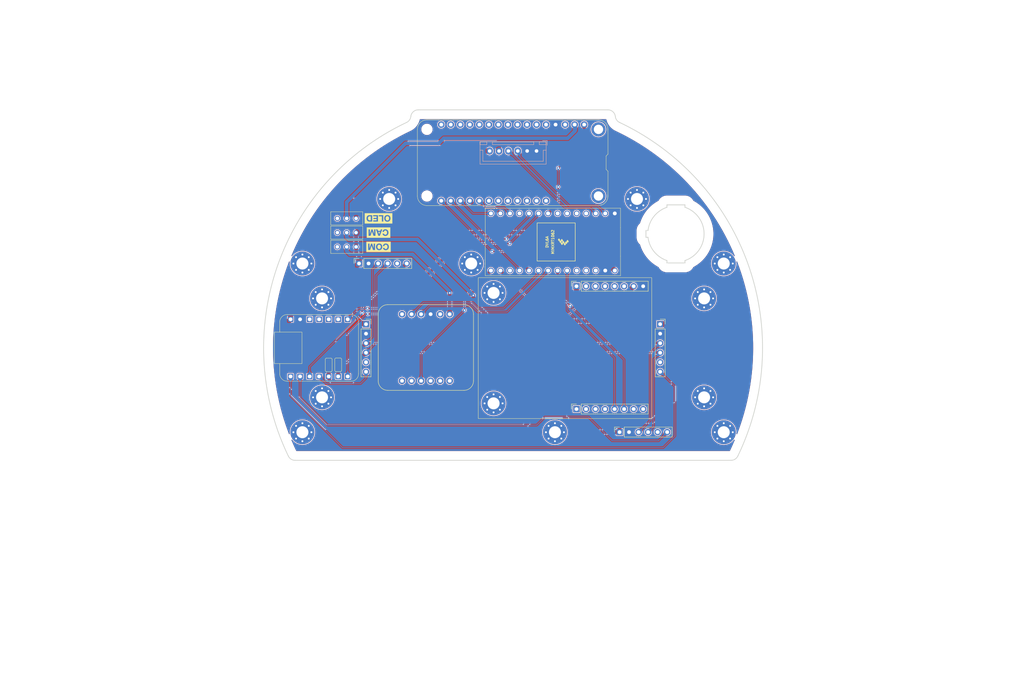
<source format=kicad_pcb>
(kicad_pcb (version 20221018) (generator pcbnew)
  (layers (0 "F.Cu" signal) (31 "B.Cu" signal) (34 "B.Paste" user) (35 "F.Paste" user) (36 "B.SilkS" user "B.Silkscreen") (37 "F.SilkS" user "F.Silkscreen") (38 "B.Mask" user) (39 "F.Mask" user) (44 "Edge.Cuts" user))
  (net 0 "")
  (net 1 "GND")
  (net 14 "/L3 RX")
  (net 15 "/L3 TX")
  (net 16 "+3V3")
  (net 17 "+5V")
  (net 18 "/SCL TOF")
  (net 19 "/SDA TOF")
  (net 21 "/XSHUT 0")
  (net 23 "/XSHUT 1")
  (net 25 "/XSHUT 2")
  (net 27 "/XSHUT 3")
  (net 28 "/COM PWR")
  (net 30 "/CAM PWR")
  (net 36 "/CAM TX")
  (net 37 "/CAM RX")
  (net 45 "/CAM RST")
  (net 47 "/COM SCL")
  (net 48 "/COM SDA")
  (net 53 "/COM RST")
  (net 56 "/ESP TX")
  (net 57 "/ESP RX")
  (net 69 "/OLED RST")
  (net 70 "/OLED SDA")
  (net 73 "/OLED SCL")
  (net 74 "/C")
  (net 75 "/B")
  (net 76 "/A")
  (net 77 "/OLED PWR")
  (footprint "MountingHole:MountingHole_3.2mm_M3_Pad_Via" (layer "F.Cu") (at 199.699378 91.609836)
    (fp_text reference "H7" hide)
    (fp_text value "MountingHole_Pad")
  )
  (footprint "Connector_PinSocket_2.54mm:PinSocket_1x06_P2.54mm_Vertical" (layer "F.Cu") (at 107.714645 82.287354 90)
    (fp_text reference "J3" hide)
    (fp_text value "TOF 1")
  )
  (footprint "2024l3:Teensy 4.0" (layer "F.Cu") (at 159.376 76.556 -90)
    (fp_text reference "U5" hide)
    (fp_text value "Teensy 4.0")
  )
  (footprint "kibuzzard-65630B7E" (layer "F.Cu") (at 112.906 74.056 180)
    (fp_text reference "kibuzzard-65630B7E" hide)
    (fp_text value "G***" hide)
  )
  (footprint "MountingHole:MountingHole_3.2mm_M3_Pad_Via" (layer "F.Cu") (at 92.615516 82.306)
    (fp_text reference "H8" hide)
    (fp_text value "MountingHole_Pad")
  )
  (footprint "2024l3:res0603" (layer "F.Cu") (at 99.626 109.356 -90)
    (fp_text reference "R1" hide)
    (fp_text value "1K")
  )
  (footprint "MountingHole:MountingHole_3.2mm_M3_Pad_Via" (layer "F.Cu") (at 92.615515 127.306)
    (fp_text reference "H1" hide)
    (fp_text value "MountingHole_Pad")
  )
  (footprint "MountingHole:MountingHole_3.2mm_M3_Pad_Via" (layer "F.Cu") (at 97.852618 118.002162)
    (fp_text reference "H4" hide)
    (fp_text value "MountingHole_Pad")
  )
  (footprint "MountingHole:MountingHole_3.2mm_M3_Pad_Via" (layer "F.Cu") (at 204.936482 82.306)
    (fp_text reference "H10" hide)
    (fp_text value "MountingHole_Pad")
  )
  (footprint "kibuzzard-65630B66" (layer "F.Cu") (at 112.906 70.256 180)
    (fp_text reference "kibuzzard-65630B66" hide)
    (fp_text value "G***" hide)
  )
  (footprint "2024l3:Adafruit Feather OLED" (layer "F.Cu") (at 148.776 55.306 180)
    (fp_text reference "U4" hide)
    (fp_text value "Adafruit Featherwing" hide)
  )
  (footprint "Connector_PinSocket_2.54mm:PinSocket_1x06_P2.54mm_Vertical" (layer "F.Cu") (at 187.981 98.481)
    (fp_text reference "J4" hide)
    (fp_text value "TOF 2")
  )
  (footprint "2024l3:bno085" (layer "F.Cu") (at 125.526 104.706 180)
    (fp_text reference "U2" hide)
    (fp_text value "4754")
  )
  (footprint "Connector_PinSocket_2.54mm:PinSocket_1x06_P2.54mm_Vertical" (layer "F.Cu") (at 177.151001 127.274645 90)
    (fp_text reference "J5" hide)
    (fp_text value "TOF 3")
  )
  (footprint "MountingHole:MountingHole_3.2mm_M3_Pad_Via" (layer "F.Cu") (at 115.74679 65.080633)
    (fp_text reference "H11" hide)
    (fp_text value "MountingHole_Pad")
  )
  (footprint "kibuzzard-65630B95" (layer "F.Cu") (at 112.906 77.856 180)
    (fp_text reference "kibuzzard-65630B95" hide)
    (fp_text value "G***" hide)
  )
  (footprint "2024l3:SS12D00G3" (layer "F.Cu") (at 104.426 74.056 180)
    (fp_text reference "SW2" hide)
    (fp_text value "SW_SPDT" hide)
  )
  (footprint "MountingHole:MountingHole_3.2mm_M3_Pad_Via" (layer "F.Cu") (at 137.615031 82.305999)
    (fp_text reference "H9" hide)
    (fp_text value "MountingHole_Pad")
  )
  (footprint "Connector_PinSocket_2.54mm:PinSocket_1x06_P2.54mm_Vertical" (layer "F.Cu") (at 109.571 98.481)
    (fp_text reference "J2" hide)
    (fp_text value "TOF 0")
  )
  (footprint "MountingHole:MountingHole_3.2mm_M3_Pad_Via" (layer "F.Cu") (at 204.936483 127.306)
    (fp_text reference "H3" hide)
    (fp_text value "MountingHole_Pad")
  )
  (footprint "MountingHole:MountingHole_3.2mm_M3_Pad_Via" (layer "F.Cu") (at 181.805204 65.080633)
    (fp_text reference "H12" hide)
    (fp_text value "MountingHole_Pad")
  )
  (footprint "MountingHole:MountingHole_3.2mm_M3_Pad_Via" (layer "F.Cu") (at 159.936 127.306)
    (fp_text reference "H2" hide)
    (fp_text value "MountingHole_Pad")
  )
  (footprint "2024l3:SS12D00G3" (layer "F.Cu") (at 104.426 77.856 180)
    (fp_text reference "SW1" hide)
    (fp_text value "SW_SPDT" hide)
  )
  (footprint "2024l3:res0603" (layer "F.Cu") (at 102.156 109.326 90)
    (fp_text reference "R2" hide)
    (fp_text value "1K")
  )
  (footprint "MountingHole:MountingHole_3.2mm_M3_Pad_Via" (layer "F.Cu") (at 97.852617 91.609835)
    (fp_text reference "H6" hide)
    (fp_text value "MountingHole_Pad")
  )
  (footprint "2024l3:openmv" (layer "F.Cu") (at 148.767 104.874 90)
    (fp_text reference "U1" hide)
    (fp_text value "OpenMV" hide)
  )
  (footprint "2024l3:SS12D00G3" (layer "F.Cu") (at 104.426 70.256 180)
    (fp_text reference "SW3" hide)
    (fp_text value "SW_SPDT" hide)
  )
  (footprint "2024l3:xiao-esp32c3" (layer "F.Cu") (at 97.076 104.806 90)
    (fp_text reference "U3" hide)
    (fp_text value "xiao-esp32c3" hide)
  )
  (footprint "MountingHole:MountingHole_3.2mm_M3_Pad_Via" (layer "F.Cu") (at 199.699377 118.002162)
    (fp_text reference "H5" hide)
    (fp_text value "MountingHole_Pad")
  )
  (footprint "Connector_JST:JST_XH_B6B-XH-A_1x06_P2.50mm_Vertical" (layer "B.Cu") (at 155.026 52.281 180)
    (fp_text reference "J1" hide)
    (fp_text value "Conn_01x06")
  )
  (gr_arc (start 189.791057 81.512079) (mid 186.371914 79.137998) (end 184.745253 75.306449) (stroke (width 0.2)) (layer "Edge.Cuts"))
  (gr_line (start 174.050383 41.306) (end 123.501616 41.306) (stroke (width 0.2)) (layer "Edge.Cuts"))
  (gr_line (start 189.791056 82.156449) (end 189.791057 81.512079) (stroke (width 0.2)) (layer "Edge.Cuts"))
  (gr_arc (start 177.171985 44.673496) (mid 176.398296 44.027143) (end 176.038191 43.0855) (stroke (width 0.2)) (layer "Edge.Cuts"))
  (gr_arc (start 177.171985 44.673496) (mid 211.462892 82.611327) (end 208.683228 133.674217) (stroke (width 0.2)) (layer "Edge.Cuts"))
  (gr_arc (start 90.670493 134.806) (mid 89.606642 134.499579) (end 88.868771 133.674217) (stroke (width 0.2)) (layer "Edge.Cuts"))
  (gr_arc (start 121.513808 43.0855) (mid 121.153705 44.027144) (end 120.380015 44.673496) (stroke (width 0.2)) (layer "Edge.Cuts"))
  (gr_arc (start 121.513808 43.0855) (mid 122.167638 41.815872) (end 123.501616 41.306) (stroke (width 0.2)) (layer "Edge.Cuts"))
  (gr_line (start 194.591058 66.656449) (end 194.591058 67.300817) (stroke (width 0.2)) (layer "Edge.Cuts"))
  (gr_line (start 189.791057 66.656448) (end 194.591058 66.656449) (stroke (width 0.2)) (layer "Edge.Cuts"))
  (gr_line (start 194.591057 81.512079) (end 194.591058 82.156449) (stroke (width 0.2)) (layer "Edge.Cuts"))
  (gr_arc (start 88.868771 133.674217) (mid 86.089108 82.611327) (end 120.380015 44.673496) (stroke (width 0.2)) (layer "Edge.Cuts"))
  (gr_arc (start 208.683228 133.674217) (mid 207.945359 134.49958) (end 206.881507 134.806) (stroke (width 0.2)) (layer "Edge.Cuts"))
  (gr_line (start 194.591058 82.156449) (end 189.791056 82.156449) (stroke (width 0.2)) (layer "Edge.Cuts"))
  (gr_line (start 184.191058 75.306449) (end 184.191057 73.506447) (stroke (width 0.2)) (layer "Edge.Cuts"))
  (gr_line (start 90.670493 134.806) (end 206.881507 134.806) (stroke (width 0.2)) (layer "Edge.Cuts"))
  (gr_arc (start 194.591058 67.300817) (mid 199.691056 74.406448) (end 194.591057 81.512079) (stroke (width 0.2)) (layer "Edge.Cuts"))
  (gr_line (start 184.191057 73.506447) (end 184.745254 73.506448) (stroke (width 0.2)) (layer "Edge.Cuts"))
  (gr_line (start 189.791057 67.300816) (end 189.791057 66.656448) (stroke (width 0.2)) (layer "Edge.Cuts"))
  (gr_arc (start 184.745254 73.506448) (mid 186.371915 69.674898) (end 189.791057 67.300816) (stroke (width 0.2)) (layer "Edge.Cuts"))
  (gr_line (start 184.745253 75.306449) (end 184.191058 75.306449) (stroke (width 0.2)) (layer "Edge.Cuts"))
  (gr_arc (start 174.050383 41.306) (mid 175.384361 41.815866) (end 176.038191 43.0855) (stroke (width 0.2)) (layer "Edge.Cuts"))
  (segment (start 150.026 53.176) (end 163.796 66.946) (width 0.25) (layer "B.Cu") (net 14))
  (segment (start 150.026 52.281) (end 150.026 53.176) (width 0.25) (layer "B.Cu") (net 14))
  (segment (start 163.796 66.946) (end 171.356 66.946) (width 0.25) (layer "B.Cu") (net 14))
  (segment (start 171.356 66.946) (end 173.346 68.936) (width 0.25) (layer "B.Cu") (net 14))
  (segment (start 170.806 68.936) (end 169.266 67.396) (width 0.25) (layer "B.Cu") (net 15))
  (segment (start 162.641 67.396) (end 147.526 52.281) (width 0.25) (layer "B.Cu") (net 15))
  (segment (start 169.266 67.396) (end 162.641 67.396) (width 0.25) (layer "B.Cu") (net 15))
  (segment (start 145.026 51.018) (end 144.204 50.196) (width 1) (layer "F.Cu") (net 16))
  (segment (start 121.09 50.196) (end 106.926 64.36) (width 1) (layer "F.Cu") (net 16))
  (segment (start 145.026 52.281) (end 145.026 51.018) (width 1) (layer "F.Cu") (net 16))
  (segment (start 106.926 64.36) (end 106.926 70.256) (width 1) (layer "F.Cu") (net 16))
  (segment (start 144.204 50.196) (end 121.09 50.196) (width 1) (layer "F.Cu") (net 16))
  (segment (start 107.661 97.411) (end 108.731 98.481) (width 1) (layer "F.Cu") (net 17))
  (segment (start 189.821 98.481) (end 191.546 100.206) (width 1) (layer "F.Cu") (net 17))
  (segment (start 107.714645 80.184645) (end 106.926 79.396) (width 1) (layer "F.Cu") (net 17))
  (segment (start 106.426 83.575999) (end 106.546 83.695999) (width 1) (layer "F.Cu") (net 17))
  (segment (start 187.981 98.481) (end 189.821 98.481) (width 1) (layer "F.Cu") (net 17))
  (segment (start 185.946 124.316) (end 178.426 124.316) (width 1) (layer "F.Cu") (net 17))
  (segment (start 87.516 99.126) (end 87.516 114.546) (width 1) (layer "F.Cu") (net 17))
  (segment (start 166.514645 127.274645) (end 177.151001 127.274645) (width 1) (layer "F.Cu") (net 17))
  (segment (start 106.426 83.575999) (end 98.656001 83.575999) (width 1) (layer "F.Cu") (net 17))
  (segment (start 87.516 114.546) (end 98.926 125.956) (width 1) (layer "F.Cu") (net 17))
  (segment (start 142.526 52.281) (end 121.799 52.281) (width 1) (layer "F.Cu") (net 17))
  (segment (start 102.146 102.926) (end 102.146 108.516) (width 1) (layer "F.Cu") (net 17))
  (segment (start 99.656 108.526) (end 99.626 108.556) (width 1) (layer "F.Cu") (net 17))
  (segment (start 106.926 74.056) (end 165.766 74.056) (width 1) (layer "F.Cu") (net 17))
  (segment (start 98.656001 83.575999) (end 89.456 92.776) (width 1) (layer "F.Cu") (net 17))
  (segment (start 106.546 96.296) (end 107.661 97.411) (width 1) (layer "F.Cu") (net 17))
  (segment (start 109.152 71.83) (end 106.926 74.056) (width 1) (layer "F.Cu") (net 17))
  (segment (start 121.799 52.281) (end 109.152 64.928) (width 1) (layer "F.Cu") (net 17))
  (segment (start 102.146 108.516) (end 102.156 108.526) (width 1) (layer "F.Cu") (net 17))
  (segment (start 109.152 64.928) (end 109.152 71.83) (width 1) (layer "F.Cu") (net 17))
  (segment (start 191.546 100.206) (end 191.546 118.716) (width 1) (layer "F.Cu") (net 17))
  (segment (start 107.714645 82.287354) (end 106.426 83.575999) (width 1) (layer "F.Cu") (net 17))
  (segment (start 106.546 83.695999) (end 106.546 96.296) (width 1) (layer "F.Cu") (net 17))
  (segment (start 191.546 118.716) (end 185.946 124.316) (width 1) (layer "F.Cu") (net 17))
  (segment (start 89.456 92.776) (end 89.456 97.186) (width 1) (layer "F.Cu") (net 17))
  (segment (start 151.616 125.956) (end 154.706 122.866) (width 1) (layer "F.Cu") (net 17))
  (segment (start 177.151001 125.590999) (end 177.151001 127.274645) (width 1) (layer "F.Cu") (net 17))
  (segment (start 154.706 122.866) (end 162.106 122.866) (width 1) (layer "F.Cu") (net 17))
  (segment (start 165.766 74.056) (end 175.886 84.176) (width 1) (layer "F.Cu") (net 17))
  (segment (start 178.426 124.316) (end 177.151001 125.590999) (width 1) (layer "F.Cu") (net 17))
  (segment (start 107.661 97.411) (end 102.146 102.926) (width 1) (layer "F.Cu") (net 17))
  (segment (start 98.926 125.956) (end 151.616 125.956) (width 1) (layer "F.Cu") (net 17))
  (segment (start 102.156 108.526) (end 99.656 108.526) (width 1) (layer "F.Cu") (net 17))
  (segment (start 89.456 97.186) (end 87.516 99.126) (width 1) (layer "F.Cu") (net 17))
  (segment (start 107.714645 82.287354) (end 107.714645 80.184645) (width 1) (layer "F.Cu") (net 17))
  (segment (start 162.106 122.866) (end 166.514645 127.274645) (width 1) (layer "F.Cu") (net 17))
  (segment (start 106.926 79.396) (end 106.926 74.056) (width 1) (layer "F.Cu") (net 17))
  (segment (start 108.731 98.481) (end 109.571 98.481) (width 1) (layer "F.Cu") (net 17))
  (segment (start 103.006 110.126) (end 102.156 110.126) (width 0.25) (layer "F.Cu") (net 18))
  (segment (start 102.156 110.126) (end 102.156 112.426) (width 0.25) (layer "F.Cu") (net 18))
  (segment (start 187.981 103.561) (end 109.571 103.561) (width 0.25) (layer "F.Cu") (net 18))
  (segment (start 109.571 103.561) (end 103.006 110.126) (width 0.25) (layer "F.Cu") (net 18))
  (segment (start 185.316 106.226) (end 185.316 124.189646) (width 0.25) (layer "B.Cu") (net 18))
  (segment (start 187.981 103.561) (end 185.316 106.226) (width 0.25) (layer "B.Cu") (net 18))
  (segment (start 111.311 101.831) (end 109.566 103.576) (width 0.25) (layer "B.Cu") (net 18))
  (segment (start 112.775999 82.402355) (end 111.311 83.867354) (width 0.25) (layer "B.Cu") (net 18))
  (segment (start 111.311 83.867354) (end 111.311 101.831) (width 0.25) (layer "B.Cu") (net 18))
  (segment (start 185.316 124.189646) (end 182.231001 127.274645) (width 0.25) (layer "B.Cu") (net 18))
  (segment (start 106.576 109.096) (end 106.576 113.426) (width 0.25) (layer "F.Cu") (net 19))
  (segment (start 99.616 113.356) (end 99.616 112.426) (width 0.25) (layer "F.Cu") (net 19))
  (segment (start 99.616 110.166) (end 99.626 110.156) (width 0.25) (layer "F.Cu") (net 19))
  (segment (start 106.576 113.426) (end 105.896 114.106) (width 0.25) (layer "F.Cu") (net 19))
  (segment (start 100.366 114.106) (end 99.616 113.356) (width 0.25) (layer "F.Cu") (net 19))
  (segment (start 109.571 106.101) (end 187.981 106.101) (width 0.25) (layer "F.Cu") (net 19))
  (segment (start 109.571 106.101) (end 106.576 109.096) (width 0.25) (layer "F.Cu") (net 19))
  (segment (start 105.896 114.106) (end 100.366 114.106) (width 0.25) (layer "F.Cu") (net 19))
  (segment (start 99.616 112.426) (end 99.616 110.166) (width 0.25) (layer "F.Cu") (net 19))
  (segment (start 184.771001 127.274645) (end 186.236 125.809646) (width 0.25) (layer "B.Cu") (net 19))
  (segment (start 186.236 125.809646) (end 186.236 107.846) (width 0.25) (layer "B.Cu") (net 19))
  (segment (start 115.334645 82.287354) (end 115.324646 82.287354) (width 0.25) (layer "B.Cu") (net 19))
  (segment (start 109.566 106.116) (end 112.231 103.451) (width 0.25) (layer "B.Cu") (net 19))
  (segment (start 112.231 85.487354) (end 115.315999 82.402355) (width 0.25) (layer "B.Cu") (net 19))
  (segment (start 186.236 107.846) (end 187.981 106.101) (width 0.25) (layer "B.Cu") (net 19))
  (segment (start 112.231 103.451) (end 112.231 85.487354) (width 0.25) (layer "B.Cu") (net 19))
  (segment (start 108.136 114.336) (end 109.571 112.901) (width 0.25) (layer "B.Cu") (net 21))
  (segment (start 97.076 112.446) (end 98.966 114.336) (width 0.25) (layer "B.Cu") (net 21))
  (segment (start 97.076 112.426) (end 97.076 112.446) (width 0.25) (layer "B.Cu") (net 21))
  (segment (start 98.966 114.336) (end 108.136 114.336) (width 0.25) (layer "B.Cu") (net 21))
  (segment (start 109.571 112.901) (end 109.571 111.181) (width 0.25) (layer "B.Cu") (net 21))
  (segment (start 108.516 94.076) (end 120.304646 82.287354) (width 0.25) (layer "F.Cu") (net 23))
  (segment (start 120.304646 82.287354) (end 120.414645 82.287354) (width 0.25) (layer "F.Cu") (net 23))
  (segment (start 108.516 95.466) (end 108.516 94.076) (width 0.25) (layer "F.Cu") (net 23))
  (via (at 108.516 95.466) (size 0.8) (drill 0.4) (layers "F.Cu" "B.Cu") (net 23))
  (segment (start 108.516 95.846) (end 94.536 109.826) (width 0.25) (layer "B.Cu") (net 23))
  (segment (start 94.536 109.826) (end 94.536 112.426) (width 0.25) (layer "B.Cu") (net 23))
  (segment (start 108.516 95.466) (end 108.516 95.846) (width 0.25) (layer "B.Cu") (net 23))
  (segment (start 188.776 131.436) (end 191.926 128.286) (width 0.25) (layer "B.Cu") (net 25))
  (segment (start 89.456 117.566) (end 103.326 131.436) (width 0.25) (layer "B.Cu") (net 25))
  (segment (start 191.926 128.286) (end 191.926 115.126) (width 0.25) (layer "B.Cu") (net 25))
  (segment (start 89.456 112.426) (end 89.456 117.566) (width 0.25) (layer "B.Cu") (net 25))
  (segment (start 191.926 115.126) (end 187.981 111.181) (width 0.25) (layer "B.Cu") (net 25))
  (segment (start 103.326 131.436) (end 188.776 131.436) (width 0.25) (layer "B.Cu") (net 25))
  (segment (start 157.246 123.256) (end 168.866 123.256) (width 0.25) (layer "B.Cu") (net 27))
  (segment (start 91.996 112.426) (end 91.996 118.046) (width 0.25) (layer "B.Cu") (net 27))
  (segment (start 155.086 125.416) (end 157.246 123.256) (width 0.25) (layer "B.Cu") (net 27))
  (segment (start 187.539646 129.586) (end 189.851001 127.274645) (width 0.25) (layer "B.Cu") (net 27))
  (segment (start 99.366 125.416) (end 155.086 125.416) (width 0.25) (layer "B.Cu") (net 27))
  (segment (start 168.866 123.256) (end 175.196 129.586) (width 0.25) (layer "B.Cu") (net 27))
  (segment (start 91.996 118.046) (end 99.366 125.416) (width 0.25) (layer "B.Cu") (net 27))
  (segment (start 175.196 129.586) (end 187.539646 129.586) (width 0.25) (layer "B.Cu") (net 27))
  (segment (start 131.876 90.156) (end 131.876 95.816) (width 1) (layer "F.Cu") (net 28))
  (via (at 131.876 90.156) (size 0.8) (drill 0.4) (layers "F.Cu" "B.Cu") (net 28))
  (segment (start 105.276 79.856) (end 104.426 79.006) (width 1) (layer "B.Cu") (net 28))
  (segment (start 131.876 90.156) (end 131.876 89.756) (width 1) (layer "B.Cu") (net 28))
  (segment (start 104.426 79.006) (end 104.426 77.856) (width 1) (layer "B.Cu") (net 28))
  (segment (start 131.876 89.756) (end 121.976 79.856) (width 1) (layer "B.Cu") (net 28))
  (segment (start 121.976 79.856) (end 105.276 79.856) (width 1) (layer "B.Cu") (net 28))
  (segment (start 138.176 90.806) (end 138.176 92.506) (width 1) (layer "F.Cu") (net 30))
  (segment (start 171.622 97.656) (end 180.914 88.364) (width 1) (layer "F.Cu") (net 30))
  (segment (start 138.176 92.506) (end 143.326 97.656) (width 1) (layer "F.Cu") (net 30))
  (segment (start 143.326 97.656) (end 171.622 97.656) (width 1) (layer "F.Cu") (net 30))
  (via (at 138.176 90.806) (size 0.8) (drill 0.4) (layers "F.Cu" "B.Cu") (net 30))
  (segment (start 104.426 74.056) (end 104.426 75.256) (width 1) (layer "B.Cu") (net 30))
  (segment (start 126.451 79.031) (end 138.176 90.806) (width 1) (layer "B.Cu") (net 30))
  (segment (start 105.026 75.856) (end 123.276 75.856) (width 1) (layer "B.Cu") (net 30))
  (segment (start 123.276 75.856) (end 126.451 79.031) (width 1) (layer "B.Cu") (net 30))
  (segment (start 104.426 75.256) (end 105.026 75.856) (width 1) (layer "B.Cu") (net 30))
  (segment (start 175.834 107.494) (end 175.834 121.13) (width 0.25) (layer "B.Cu") (net 36))
  (segment (start 163.186 84.176) (end 163.176 84.186) (width 0.25) (layer "B.Cu") (net 36))
  (segment (start 163.176 94.836) (end 175.834 107.494) (width 0.25) (layer "B.Cu") (net 36))
  (segment (start 163.176 84.186) (end 163.176 94.836) (width 0.25) (layer "B.Cu") (net 36))
  (segment (start 164.006 93.565288) (end 160.676 90.235288) (width 0.25) (layer "F.Cu") (net 37))
  (segment (start 160.676 90.235288) (end 160.676 84.206) (width 0.25) (layer "F.Cu") (net 37))
  (segment (start 164.006 93.566) (end 164.006 93.565288) (width 0.25) (layer "F.Cu") (net 37))
  (segment (start 160.676 84.206) (end 160.646 84.176) (width 0.25) (layer "F.Cu") (net 37))
  (via (at 164.006 93.566) (size 0.8) (drill 0.4) (layers "F.Cu" "B.Cu") (net 37))
  (segment (start 164.006 93.566) (end 178.374 107.934) (width 0.25) (layer "B.Cu") (net 37))
  (segment (start 178.374 107.934) (end 178.374 121.13) (width 0.25) (layer "B.Cu") (net 37))
  (segment (start 157.306 96.086) (end 163.576 96.086) (width 0.25) (layer "F.Cu") (net 45))
  (segment (start 165.686 88.376) (end 165.674 88.364) (width 0.25) (layer "F.Cu") (net 45))
  (segment (start 163.576 96.086) (end 165.686 93.976) (width 0.25) (layer "F.Cu") (net 45))
  (segment (start 145.406 84.176) (end 145.406 84.186) (width 0.25) (layer "F.Cu") (net 45))
  (segment (start 165.686 93.976) (end 165.686 88.376) (width 0.25) (layer "F.Cu") (net 45))
  (segment (start 145.406 84.186) (end 157.306 96.086) (width 0.25) (layer "F.Cu") (net 45))
  (segment (start 126.506 93.566) (end 137.706 93.566) (width 0.25) (layer "B.Cu") (net 47))
  (segment (start 147.106 95.226) (end 158.106 84.226) (width 0.25) (layer "B.Cu") (net 47))
  (segment (start 124.256 95.816) (end 126.506 93.566) (width 0.25) (layer "B.Cu") (net 47))
  (segment (start 137.706 93.566) (end 139.366 95.226) (width 0.25) (layer "B.Cu") (net 47))
  (segment (start 158.106 84.226) (end 158.106 84.176) (width 0.25) (layer "B.Cu") (net 47))
  (segment (start 139.366 95.226) (end 147.106 95.226) (width 0.25) (layer "B.Cu") (net 47))
  (segment (start 139.576 94.226) (end 138.036 92.686) (width 0.25) (layer "B.Cu") (net 48))
  (segment (start 138.036 92.686) (end 124.846 92.686) (width 0.25) (layer "B.Cu") (net 48))
  (segment (start 155.566 84.946) (end 146.286 94.226) (width 0.25) (layer "B.Cu") (net 48))
  (segment (start 146.286 94.226) (end 139.576 94.226) (width 0.25) (layer "B.Cu") (net 48))
  (segment (start 124.846 92.686) (end 121.716 95.816) (width 0.25) (layer "B.Cu") (net 48))
  (segment (start 155.566 84.176) (end 155.566 84.946) (width 0.25) (layer "B.Cu") (net 48))
  (segment (start 135.856 94.756) (end 135.856 91.186) (width 0.25) (layer "F.Cu") (net 53))
  (segment (start 135.856 91.186) (end 142.866 84.176) (width 0.25) (layer "F.Cu") (net 53))
  (via (at 135.856 94.756) (size 0.8) (drill 0.4) (layers "F.Cu" "B.Cu") (net 53))
  (segment (start 124.256 106.356) (end 124.256 113.596) (width 0.25) (layer "B.Cu") (net 53))
  (segment (start 135.856 94.756) (end 124.256 106.356) (width 0.25) (layer "B.Cu") (net 53))
  (segment (start 147.836 76.966) (end 135.386 76.966) (width 0.25) (layer "F.Cu") (net 56))
  (segment (start 116.586 95.766) (end 110.056 95.766) (width 0.25) (layer "F.Cu") (net 56))
  (segment (start 135.386 76.966) (end 116.586 95.766) (width 0.25) (layer "F.Cu") (net 56))
  (via (at 147.876 77.006) (size 0.8) (drill 0.4) (layers "F.Cu" "B.Cu") (net 56))
  (via (at 110.056 95.766) (size 0.8) (drill 0.4) (layers "F.Cu" "B.Cu") (net 56))
  (segment (start 155.566 69.316) (end 155.566 68.936) (width 0.25) (layer "B.Cu") (net 56))
  (segment (start 109.626 95.766) (end 110.056 95.766) (width 0.25) (layer "B.Cu") (net 56))
  (segment (start 147.876 77.006) (end 155.566 69.316) (width 0.25) (layer "B.Cu") (net 56))
  (segment (start 104.696 112.426) (end 104.696 100.696) (width 0.25) (layer "B.Cu") (net 56))
  (segment (start 104.696 100.696) (end 109.626 95.766) (width 0.25) (layer "B.Cu") (net 56))
  (segment (start 134.316 75.756) (end 146.976 75.756) (width 0.25) (layer "F.Cu") (net 57))
  (segment (start 109.966 94.246) (end 115.826 94.246) (width 0.25) (layer "F.Cu") (net 57))
  (segment (start 115.826 94.246) (end 134.316 75.756) (width 0.25) (layer "F.Cu") (net 57))
  (via (at 109.966 94.246) (size 0.8) (drill 0.4) (layers "F.Cu" "B.Cu") (net 57))
  (via (at 146.976 75.756) (size 0.8) (drill 0.4) (layers "F.Cu" "B.Cu") (net 57))
  (segment (start 146.976 75.756) (end 153.026 69.706) (width 0.25) (layer "B.Cu") (net 57))
  (segment (start 104.696 97.186) (end 107.646 94.236) (width 0.25) (layer "B.Cu") (net 57))
  (segment (start 109.966 94.246) (end 109.936 94.236) (width 0.25) (layer "B.Cu") (net 57))
  (segment (start 109.936 94.236) (end 109.926 94.236) (width 0.25) (layer "B.Cu") (net 57))
  (segment (start 109.916 94.236) (end 109.966 94.246) (width 0.25) (layer "B.Cu") (net 57))
  (segment (start 153.026 69.706) (end 153.026 68.936) (width 0.25) (layer "B.Cu") (net 57))
  (segment (start 107.646 94.236) (end 109.916 94.236) (width 0.25) (layer "B.Cu") (net 57))
  (segment (start 160.806 61.886) (end 160.806 66.236) (width 0.25) (layer "F.Cu") (net 69))
  (segment (start 167.726 45.246) (end 167.726 50.136) (width 0.25) (layer "F.Cu") (net 69))
  (segment (start 167.726 50.136) (end 160.816 56.836) (width 0.25) (layer "F.Cu") (net 69))
  (segment (start 160.806 66.236) (end 158.106 68.936) (width 0.25) (layer "F.Cu") (net 69))
  (via (at 160.816 56.836) (size 0.8) (drill 0.4) (layers "F.Cu" "B.Cu") (net 69))
  (via (at 160.806 61.886) (size 0.8) (drill 0.4) (layers "F.Cu" "B.Cu") (net 69))
  (segment (start 160.816 56.836) (end 160.816 61.876) (width 0.25) (layer "B.Cu") (net 69))
  (segment (start 147.931274 79.081274) (end 153.026 84.176) (width 0.25) (layer "F.Cu") (net 70))
  (segment (start 143.200726 79.081274) (end 147.931274 79.081274) (width 0.25) (layer "F.Cu") (net 70))
  (via (at 143.200726 79.081274) (size 0.8) (drill 0.4) (layers "F.Cu" "B.Cu") (net 70))
  (segment (start 129.626 65.566) (end 143.141274 79.081274) (width 0.25) (layer "B.Cu") (net 70))
  (segment (start 143.141274 79.081274) (end 143.200726 79.081274) (width 0.25) (layer "B.Cu") (net 70))
  (segment (start 132.166 65.566) (end 150.086 83.486) (width 0.25) (layer "B.Cu") (net 73))
  (segment (start 150.086 83.486) (end 150.086 84.176) (width 0.25) (layer "B.Cu") (net 73))
  (segment (start 134.706 65.566) (end 138.076 68.936) (width 0.25) (layer "B.Cu") (net 74))
  (segment (start 138.076 68.936) (end 142.866 68.936) (width 0.25) (layer "B.Cu") (net 74))
  (segment (start 138.966 67.286) (end 143.756 67.286) (width 0.25) (layer "F.Cu") (net 75))
  (segment (start 143.756 67.286) (end 145.406 68.936) (width 0.25) (layer "F.Cu") (net 75))
  (segment (start 137.246 65.566) (end 138.966 67.286) (width 0.25) (layer "F.Cu") (net 75))
  (segment (start 146.376 67.366) (end 147.946 68.936) (width 0.25) (layer "B.Cu") (net 76))
  (segment (start 139.786 65.566) (end 141.586 67.366) (width 0.25) (layer "B.Cu") (net 76))
  (segment (start 141.586 67.366) (end 146.376 67.366) (width 0.25) (layer "B.Cu") (net 76))
  (segment (start 128.956 50.246) (end 120.106 50.246) (width 1) (layer "B.Cu") (net 77))
  (segment (start 165.186 45.246) (end 165.186 47.006) (width 1) (layer "B.Cu") (net 77))
  (segment (start 120.106 50.246) (end 104.426 65.926) (width 1) (layer "B.Cu") (net 77))
  (segment (start 130.326 48.876) (end 128.956 50.246) (width 1) (layer "B.Cu") (net 77))
  (segment (start 163.316 48.876) (end 130.326 48.876) (width 1) (layer "B.Cu") (net 77))
  (segment (start 165.186 47.006) (end 163.316 48.876) (width 1) (layer "B.Cu") (net 77))
  (segment (start 104.426 65.926) (end 104.426 70.256) (width 1) (layer "B.Cu") (net 77))
  (zone locked (net 1) (net_name "GND") (layers "F&B.Cu") (connect_pads yes (clearance 0.2)) (min_thickness 0.2) (fill yes (thermal_gap 0.5) (thermal_bridge_width 0.5) (smoothing fillet))
    (polygon (pts (xy 12.001 12.004) (xy 284.991 12.004) (xy 284.991 198.004) (xy 12.011 197.994)))
  )
)
</source>
